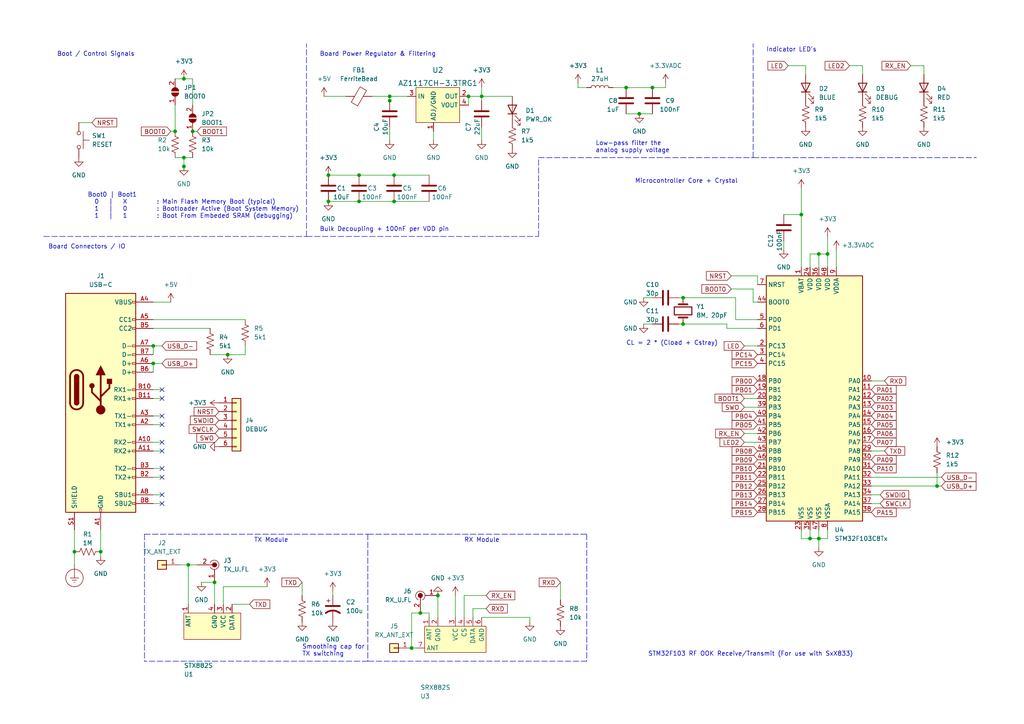
<source format=kicad_sch>
(kicad_sch (version 20211123) (generator eeschema)
  (paper "A4")
  (lib_symbols
    (symbol "Connector:USB_C_Receptacle" (pin_names (offset 1.016))
      (property "Reference" "J" (at -10.16 29.21 0))
      (property "Value" "USB_C_Receptacle" (at 10.16 29.21 0))
      (symbol "USB_C_Receptacle_1_1"
        (pin passive line (at 0 -40.64 90) (length 5.08) (name "GND") (number "A1"))
        (pin bidirectional line (at 15.24 -15.24 180) (length 5.08) (name "RX2-") (number "A10"))
        (pin bidirectional line (at 15.24 -17.78 180) (length 5.08) (name "RX2+") (number "A11"))
        (pin passive line (at 0 -40.64 90) (length 5.08) hide (name "GND") (number "A12"))
        (pin bidirectional line (at 15.24 -10.16 180) (length 5.08) (name "TX1+") (number "A2"))
        (pin bidirectional line (at 15.24 -7.62 180) (length 5.08) (name "TX1-") (number "A3"))
        (pin passive line (at 15.24 25.4 180) (length 5.08) (name "VBUS") (number "A4"))
        (pin bidirectional line (at 15.24 20.32 180) (length 5.08) (name "CC1") (number "A5"))
        (pin bidirectional line (at 15.24 7.62 180) (length 5.08) (name "D+") (number "A6"))
        (pin bidirectional line (at 15.24 12.7 180) (length 5.08) (name "D-") (number "A7"))
        (pin bidirectional line (at 15.24 -30.48 180) (length 5.08) (name "SBU1") (number "A8"))
        (pin passive line (at 15.24 25.4 180) (length 5.08) hide (name "VBUS") (number "A9"))
        (pin passive line (at 0 -40.64 90) (length 5.08) hide (name "GND") (number "B1"))
        (pin bidirectional line (at 15.24 0 180) (length 5.08) (name "RX1-") (number "B10"))
        (pin bidirectional line (at 15.24 -2.54 180) (length 5.08) (name "RX1+") (number "B11"))
        (pin passive line (at 0 -40.64 90) (length 5.08) hide (name "GND") (number "B12"))
        (pin bidirectional line (at 15.24 -25.4 180) (length 5.08) (name "TX2+") (number "B2"))
        (pin bidirectional line (at 15.24 -22.86 180) (length 5.08) (name "TX2-") (number "B3"))
        (pin passive line (at 15.24 25.4 180) (length 5.08) hide (name "VBUS") (number "B4"))
        (pin bidirectional line (at 15.24 17.78 180) (length 5.08) (name "CC2") (number "B5"))
        (pin bidirectional line (at 15.24 5.08 180) (length 5.08) (name "D+") (number "B6"))
        (pin bidirectional line (at 15.24 10.16 180) (length 5.08) (name "D-") (number "B7"))
        (pin bidirectional line (at 15.24 -33.02 180) (length 5.08) (name "SBU2") (number "B8"))
        (pin passive line (at 15.24 25.4 180) (length 5.08) hide (name "VBUS") (number "B9"))
        (pin passive line (at -7.62 -40.64 90) (length 5.08) (name "SHIELD") (number "S1"))
      )
    )
    (symbol "Connector_Generic:Conn_01x01" (pin_names (offset 1.016) hide)
      (property "Reference" "J" (at 0 2.54 0))
      (property "Value" "Conn_01x01" (at 0 -2.54 0))
      (symbol "Conn_01x01_1_1"
        (pin passive line (at -5.08 0 0) (length 3.81) (name "Pin_1") (number "1"))
      )
    )
    (symbol "Connector_Generic:Conn_01x06" (pin_names (offset 1.016) hide)
      (property "Reference" "J" (at 0 7.62 0))
      (property "Value" "Conn_01x06" (at 0 -10.16 0))
      (symbol "Conn_01x06_1_1"
        (pin passive line (at -5.08 5.08 0) (length 3.81) (name "Pin_1") (number "1"))
        (pin passive line (at -5.08 2.54 0) (length 3.81) (name "Pin_2") (number "2"))
        (pin passive line (at -5.08 0 0) (length 3.81) (name "Pin_3") (number "3"))
        (pin passive line (at -5.08 -2.54 0) (length 3.81) (name "Pin_4") (number "4"))
        (pin passive line (at -5.08 -5.08 0) (length 3.81) (name "Pin_5") (number "5"))
        (pin passive line (at -5.08 -7.62 0) (length 3.81) (name "Pin_6") (number "6"))
      )
    )
    (symbol "Device:C" (pin_numbers hide) (pin_names (offset 0.254))
      (property "Reference" "C" (at 0.635 2.54 0))
      (property "Value" "C" (at 0.635 -2.54 0))
      (symbol "C_1_1"
        (pin passive line (at 0 3.81 270) (length 2.794) (name "~") (number "1"))
        (pin passive line (at 0 -3.81 90) (length 2.794) (name "~") (number "2"))
      )
    )
    (symbol "Device:C_Polarized_US" (pin_numbers hide) (pin_names (offset 0.254) hide)
      (property "Reference" "C" (at 0.635 2.54 0))
      (property "Value" "C_Polarized_US" (at 0.635 -2.54 0))
      (symbol "C_Polarized_US_1_1"
        (pin passive line (at 0 3.81 270) (length 2.794) (name "~") (number "1"))
        (pin passive line (at 0 -3.81 90) (length 3.302) (name "~") (number "2"))
      )
    )
    (symbol "Device:Crystal" (pin_numbers hide) (pin_names (offset 1.016) hide)
      (property "Reference" "Y" (at 0 3.81 0))
      (property "Value" "Crystal" (at 0 -3.81 0))
      (symbol "Crystal_1_1"
        (pin passive line (at -3.81 0 0) (length 1.27) (name "1") (number "1"))
        (pin passive line (at 3.81 0 180) (length 1.27) (name "2") (number "2"))
      )
    )
    (symbol "Device:FerriteBead" (pin_numbers hide) (pin_names (offset 0))
      (property "Reference" "FB" (at -3.81 0.635 90))
      (property "Value" "FerriteBead" (at 3.81 0 90))
      (symbol "FerriteBead_1_1"
        (pin passive line (at 0 3.81 270) (length 2.54) (name "~") (number "1"))
        (pin passive line (at 0 -3.81 90) (length 2.54) (name "~") (number "2"))
      )
    )
    (symbol "Device:L" (pin_numbers hide) (pin_names (offset 1.016) hide)
      (property "Reference" "L" (at -1.27 0 90))
      (property "Value" "L" (at 1.905 0 90))
      (symbol "L_1_1"
        (pin passive line (at 0 3.81 270) (length 1.27) (name "1") (number "1"))
        (pin passive line (at 0 -3.81 90) (length 1.27) (name "2") (number "2"))
      )
    )
    (symbol "Device:LED" (pin_numbers hide) (pin_names (offset 1.016) hide)
      (property "Reference" "D" (at 0 2.54 0))
      (property "Value" "LED" (at 0 -2.54 0))
      (symbol "LED_1_1"
        (pin passive line (at -3.81 0 0) (length 2.54) (name "K") (number "1"))
        (pin passive line (at 3.81 0 180) (length 2.54) (name "A") (number "2"))
      )
    )
    (symbol "Device:R_US" (pin_numbers hide) (pin_names (offset 0))
      (property "Reference" "R" (at 2.54 0 90))
      (property "Value" "R_US" (at -2.54 0 90))
      (symbol "R_US_1_1"
        (pin passive line (at 0 3.81 270) (length 1.27) (name "~") (number "1"))
        (pin passive line (at 0 -3.81 90) (length 1.27) (name "~") (number "2"))
      )
    )
    (symbol "Jumper:SolderJumper_2_Open" (pin_names (offset 0) hide)
      (property "Reference" "JP" (at 0 2.032 0))
      (property "Value" "SolderJumper_2_Open" (at 0 -2.54 0))
      (symbol "SolderJumper_2_Open_1_1"
        (pin passive line (at -3.81 0 0) (length 2.54) (name "A") (number "1"))
        (pin passive line (at 3.81 0 180) (length 2.54) (name "B") (number "2"))
      )
    )
    (symbol "MCU_ST_STM32F1:STM32F103C8Tx"
      (property "Reference" "U" (at -15.24 36.83 0))
      (property "Value" "STM32F103C8Tx" (at 7.62 36.83 0))
      (symbol "STM32F103C8Tx_1_1"
        (pin power_in line (at -5.08 38.1 270) (length 2.54) (name "VBAT") (number "1"))
        (pin bidirectional line (at 15.24 5.08 180) (length 2.54) (name "PA0") (number "10"))
        (pin bidirectional line (at 15.24 2.54 180) (length 2.54) (name "PA1") (number "11"))
        (pin bidirectional line (at 15.24 0 180) (length 2.54) (name "PA2") (number "12"))
        (pin bidirectional line (at 15.24 -2.54 180) (length 2.54) (name "PA3") (number "13"))
        (pin bidirectional line (at 15.24 -5.08 180) (length 2.54) (name "PA4") (number "14"))
        (pin bidirectional line (at 15.24 -7.62 180) (length 2.54) (name "PA5") (number "15"))
        (pin bidirectional line (at 15.24 -10.16 180) (length 2.54) (name "PA6") (number "16"))
        (pin bidirectional line (at 15.24 -12.7 180) (length 2.54) (name "PA7") (number "17"))
        (pin bidirectional line (at -17.78 5.08 0) (length 2.54) (name "PB0") (number "18"))
        (pin bidirectional line (at -17.78 2.54 0) (length 2.54) (name "PB1") (number "19"))
        (pin bidirectional line (at -17.78 15.24 0) (length 2.54) (name "PC13") (number "2"))
        (pin bidirectional line (at -17.78 0 0) (length 2.54) (name "PB2") (number "20"))
        (pin bidirectional line (at -17.78 -20.32 0) (length 2.54) (name "PB10") (number "21"))
        (pin bidirectional line (at -17.78 -22.86 0) (length 2.54) (name "PB11") (number "22"))
        (pin power_in line (at -5.08 -38.1 90) (length 2.54) (name "VSS") (number "23"))
        (pin power_in line (at -2.54 38.1 270) (length 2.54) (name "VDD") (number "24"))
        (pin bidirectional line (at -17.78 -25.4 0) (length 2.54) (name "PB12") (number "25"))
        (pin bidirectional line (at -17.78 -27.94 0) (length 2.54) (name "PB13") (number "26"))
        (pin bidirectional line (at -17.78 -30.48 0) (length 2.54) (name "PB14") (number "27"))
        (pin bidirectional line (at -17.78 -33.02 0) (length 2.54) (name "PB15") (number "28"))
        (pin bidirectional line (at 15.24 -15.24 180) (length 2.54) (name "PA8") (number "29"))
        (pin bidirectional line (at -17.78 12.7 0) (length 2.54) (name "PC14") (number "3"))
        (pin bidirectional line (at 15.24 -17.78 180) (length 2.54) (name "PA9") (number "30"))
        (pin bidirectional line (at 15.24 -20.32 180) (length 2.54) (name "PA10") (number "31"))
        (pin bidirectional line (at 15.24 -22.86 180) (length 2.54) (name "PA11") (number "32"))
        (pin bidirectional line (at 15.24 -25.4 180) (length 2.54) (name "PA12") (number "33"))
        (pin bidirectional line (at 15.24 -27.94 180) (length 2.54) (name "PA13") (number "34"))
        (pin power_in line (at -2.54 -38.1 90) (length 2.54) (name "VSS") (number "35"))
        (pin power_in line (at 0 38.1 270) (length 2.54) (name "VDD") (number "36"))
        (pin bidirectional line (at 15.24 -30.48 180) (length 2.54) (name "PA14") (number "37"))
        (pin bidirectional line (at 15.24 -33.02 180) (length 2.54) (name "PA15") (number "38"))
        (pin bidirectional line (at -17.78 -2.54 0) (length 2.54) (name "PB3") (number "39"))
        (pin bidirectional line (at -17.78 10.16 0) (length 2.54) (name "PC15") (number "4"))
        (pin bidirectional line (at -17.78 -5.08 0) (length 2.54) (name "PB4") (number "40"))
        (pin bidirectional line (at -17.78 -7.62 0) (length 2.54) (name "PB5") (number "41"))
        (pin bidirectional line (at -17.78 -10.16 0) (length 2.54) (name "PB6") (number "42"))
        (pin bidirectional line (at -17.78 -12.7 0) (length 2.54) (name "PB7") (number "43"))
        (pin input line (at -17.78 27.94 0) (length 2.54) (name "BOOT0") (number "44"))
        (pin bidirectional line (at -17.78 -15.24 0) (length 2.54) (name "PB8") (number "45"))
        (pin bidirectional line (at -17.78 -17.78 0) (length 2.54) (name "PB9") (number "46"))
        (pin power_in line (at 0 -38.1 90) (length 2.54) (name "VSS") (number "47"))
        (pin power_in line (at 2.54 38.1 270) (length 2.54) (name "VDD") (number "48"))
        (pin input line (at -17.78 22.86 0) (length 2.54) (name "PD0") (number "5"))
        (pin input line (at -17.78 20.32 0) (length 2.54) (name "PD1") (number "6"))
        (pin input line (at -17.78 33.02 0) (length 2.54) (name "NRST") (number "7"))
        (pin power_in line (at 2.54 -38.1 90) (length 2.54) (name "VSSA") (number "8"))
        (pin power_in line (at 5.08 38.1 270) (length 2.54) (name "VDDA") (number "9"))
      )
    )
    (symbol "Switch:SW_Push" (pin_numbers hide) (pin_names (offset 1.016) hide)
      (property "Reference" "SW" (at 1.27 2.54 0))
      (property "Value" "SW_Push" (at 0 -1.524 0))
      (symbol "SW_Push_0_1"
        (pin passive line (at -5.08 0 0) (length 2.54) (name "1") (number "1"))
        (pin passive line (at 5.08 0 180) (length 2.54) (name "2") (number "2"))
      )
    )
    (symbol "User_custom:SRX882S"
      (property "Reference" "U?" (at 10.16 8.8901 0))
      (property "Value" "SRX882S" (at 10.16 6.3501 0))
      (symbol "SRX882S_1_1"
        (pin input line (at 7.62 -13.97 90) (length 2.54) (name "ANT") (number "1"))
        (pin power_out line (at 5.08 -13.97 90) (length 2.54) (name "GND") (number "2"))
        (pin power_in line (at 0 -13.97 90) (length 2.54) (name "VCC") (number "3"))
        (pin input line (at -2.54 -13.97 90) (length 2.54) (name "CS") (number "4"))
        (pin output line (at -5.08 -13.97 90) (length 2.54) (name "DATA") (number "5"))
        (pin power_out line (at -7.62 -13.97 90) (length 2.54) (name "GND") (number "6"))
        (pin input line (at 11.43 -5.08 180) (length 2.54) (name "ANT") (number "7"))
      )
    )
    (symbol "User_custom:STX882S"
      (property "Reference" "U?" (at 8.89 7.6201 0))
      (property "Value" "STX882S" (at 8.89 5.0801 0))
      (symbol "STX882S_1_1"
        (pin input line (at 7.62 -12.7 90) (length 2.54) (name "ANT") (number "1"))
        (pin input line (at -5.08 -12.7 90) (length 2.54) (name "DATA") (number "2"))
        (pin power_in line (at -2.54 -12.7 90) (length 2.54) (name "VCC") (number "3"))
        (pin power_out line (at 0 -12.7 90) (length 2.54) (name "GND") (number "4"))
      )
    )
    (symbol "dk_Coaxial-Connectors-RF:U_FL-R-SMT_10_" (pin_names (offset 1.016))
      (property "Reference" "J" (at -1.27 1.27 0))
      (property "Value" "U_FL-R-SMT_10_" (at 1.27 -2.54 0))
      (symbol "U_FL-R-SMT_10__1_1"
        (pin passive line (at 0 -5.08 90) (length 3.683) (name "~") (number "1"))
        (pin passive line (at 5.08 0 180) (length 4.445) (name "~") (number "2"))
      )
    )
    (symbol "dk_PMIC-Voltage-Regulators-Linear:AZ1117CH-3_3TRG1"
      (property "Reference" "U" (at 1.27 3.81 0))
      (property "Value" "AZ1117CH-3_3TRG1" (at 1.27 6.35 0))
      (symbol "AZ1117CH-3_3TRG1_1_1"
        (pin power_in line (at 0 -10.16 90) (length 2.54) (name "ADJ/GND") (number "1"))
        (pin power_out line (at 10.16 0 180) (length 2.54) (name "OUT") (number "2"))
        (pin power_in line (at -7.62 0 0) (length 2.54) (name "IN") (number "3"))
        (pin power_out line (at 10.16 -2.54 180) (length 2.54) (name "VOUT") (number "4"))
      )
    )
    (symbol "power:+3.3VADC" (power) (pin_names (offset 0))
      (property "Value" "+3.3VADC" (at 0 2.54 0))
      (symbol "+3.3VADC_0_0"
        (pin power_in line (at 0 0 90) (length 0) hide (name "+3.3VADC") (number "1"))
      )
    )
    (symbol "power:+3V3" (power) (pin_names (offset 0))
      (property "Value" "+3V3" (at 0 3.556 0))
      (symbol "+3V3_1_1"
        (pin power_in line (at 0 0 90) (length 0) hide (name "+3V3") (number "1"))
      )
    )
    (symbol "power:+5V" (power) (pin_names (offset 0))
      (property "Value" "+5V" (at 0 3.556 0))
      (symbol "+5V_1_1"
        (pin power_in line (at 0 0 90) (length 0) hide (name "+5V") (number "1"))
      )
    )
    (symbol "power:Earth_Protective" (power) (pin_names (offset 0))
      (symbol "Earth_Protective_1_1"
        (pin power_in line (at 0 0 270) (length 0) hide (name "Earth_Protective") (number "1"))
      )
    )
    (symbol "power:GND" (power) (pin_names (offset 0))
      (property "Value" "GND" (at 0 -3.81 0))
      (symbol "GND_1_1"
        (pin power_in line (at 0 0 270) (length 0) hide (name "GND") (number "1"))
      )
    )
  )
  (junction (at 232.41 62.23))
  (junction (at 189.23 25.4))
  (junction (at 185.42 33.02))
  (junction (at 135.89 27.94))
  (junction (at 53.34 48.26))
  (junction (at 198.12 86.36))
  (junction (at 50.8 38.1))
  (junction (at 198.12 93.98))
  (junction (at 113.03 27.94))
  (junction (at 237.49 156.21))
  (junction (at 21.59 160.02))
  (junction (at 104.14 50.8))
  (junction (at 237.49 73.66))
  (junction (at 62.23 168.91))
  (junction (at 44.45 100.33))
  (junction (at 271.78 140.97))
  (junction (at 234.95 156.21))
  (junction (at 53.34 45.72))
  (junction (at 53.34 22.86))
  (junction (at 114.3 50.8))
  (junction (at 119.38 187.96))
  (junction (at 181.61 25.4))
  (junction (at 121.92 177.8))
  (junction (at 44.45 105.41))
  (junction (at 104.14 58.42))
  (junction (at 240.03 73.66))
  (junction (at 139.7 27.94))
  (junction (at 54.61 163.83))
  (junction (at 95.25 50.8))
  (junction (at 114.3 58.42))
  (junction (at 127 172.72))
  (junction (at 55.88 38.1))
  (junction (at 95.25 58.42))
  (junction (at 113.03 29.21))
  (junction (at 29.21 160.02))
  (junction (at 66.04 102.87))
  (no_connect (at 46.99 130.81))
  (no_connect (at 46.99 123.19))
  (no_connect (at 46.99 115.57))
  (no_connect (at 46.99 143.51))
  (no_connect (at 46.99 146.05))
  (no_connect (at 46.99 113.03))
  (no_connect (at 46.99 135.89))
  (no_connect (at 46.99 128.27))
  (no_connect (at 46.99 120.65))
  (no_connect (at 46.99 138.43))
  (wire (pts (xy 46.99 138.43) (xy 44.45 138.43)))
  (wire (pts (xy 114.3 50.8) (xy 124.46 50.8)))
  (polyline (pts (xy 88.9 68.58) (xy 156.21 68.58)))
  (wire (pts (xy 119.38 187.96) (xy 119.38 177.8)))
  (wire (pts (xy 95.25 58.42) (xy 104.14 58.42)))
  (wire (pts (xy 267.97 19.05) (xy 267.97 21.59)))
  (wire (pts (xy 186.69 93.98) (xy 189.23 93.98)))
  (wire (pts (xy 77.47 170.18) (xy 64.77 170.18)))
  (wire (pts (xy 46.99 115.57) (xy 44.45 115.57)))
  (wire (pts (xy 186.69 86.36) (xy 189.23 86.36)))
  (wire (pts (xy 113.03 27.94) (xy 113.03 29.21)))
  (wire (pts (xy 46.99 113.03) (xy 44.45 113.03)))
  (wire (pts (xy 119.38 177.8) (xy 121.92 177.8)))
  (wire (pts (xy 189.23 25.4) (xy 193.04 25.4)))
  (wire (pts (xy 50.8 45.72) (xy 53.34 45.72)))
  (wire (pts (xy 132.08 172.72) (xy 132.08 179.07)))
  (wire (pts (xy 53.34 45.72) (xy 53.34 48.26)))
  (wire (pts (xy 44.45 92.71) (xy 71.12 92.71)))
  (wire (pts (xy 135.89 27.94) (xy 139.7 27.94)))
  (wire (pts (xy 60.96 102.87) (xy 66.04 102.87)))
  (wire (pts (xy 53.34 22.86) (xy 55.88 22.86)))
  (wire (pts (xy 62.23 168.91) (xy 62.23 175.26)))
  (wire (pts (xy 167.64 25.4) (xy 170.18 25.4)))
  (wire (pts (xy 215.9 115.57) (xy 219.71 115.57)))
  (wire (pts (xy 93.98 27.94) (xy 100.33 27.94)))
  (wire (pts (xy 139.7 36.83) (xy 139.7 40.64)))
  (wire (pts (xy 234.95 77.47) (xy 234.95 73.66)))
  (wire (pts (xy 139.7 27.94) (xy 139.7 29.21)))
  (wire (pts (xy 196.85 86.36) (xy 198.12 86.36)))
  (polyline (pts (xy 218.44 45.72) (xy 283.21 45.72)))
  (wire (pts (xy 215.9 118.11) (xy 219.71 118.11)))
  (wire (pts (xy 233.68 19.05) (xy 233.68 21.59)))
  (wire (pts (xy 87.63 168.91) (xy 87.63 172.72)))
  (wire (pts (xy 232.41 153.67) (xy 232.41 156.21)))
  (wire (pts (xy 46.99 128.27) (xy 44.45 128.27)))
  (wire (pts (xy 44.45 100.33) (xy 44.45 102.87)))
  (wire (pts (xy 215.9 128.27) (xy 219.71 128.27)))
  (wire (pts (xy 113.03 29.21) (xy 113.03 30.48)))
  (wire (pts (xy 21.59 160.02) (xy 21.59 163.83)))
  (polyline (pts (xy 156.21 68.58) (xy 156.21 45.72)))
  (wire (pts (xy 95.25 50.8) (xy 104.14 50.8)))
  (wire (pts (xy 54.61 163.83) (xy 57.15 163.83)))
  (polyline (pts (xy 156.21 45.72) (xy 218.44 45.72)))
  (wire (pts (xy 44.45 105.41) (xy 44.45 107.95)))
  (wire (pts (xy 140.97 172.72) (xy 134.62 172.72)))
  (wire (pts (xy 232.41 156.21) (xy 234.95 156.21)))
  (wire (pts (xy 46.99 120.65) (xy 44.45 120.65)))
  (wire (pts (xy 119.38 187.96) (xy 120.65 187.96)))
  (wire (pts (xy 210.82 95.25) (xy 219.71 95.25)))
  (wire (pts (xy 210.82 93.98) (xy 210.82 95.25)))
  (polyline (pts (xy 41.91 154.94) (xy 106.68 154.94)))
  (polyline (pts (xy 218.44 45.72) (xy 218.44 12.7)))
  (wire (pts (xy 29.21 160.02) (xy 29.21 161.29)))
  (wire (pts (xy 135.89 27.94) (xy 135.89 30.48)))
  (wire (pts (xy 53.34 48.26) (xy 53.34 49.53)))
  (wire (pts (xy 212.09 80.01) (xy 219.71 80.01)))
  (wire (pts (xy 242.57 72.39) (xy 242.57 77.47)))
  (wire (pts (xy 71.12 100.33) (xy 71.12 102.87)))
  (wire (pts (xy 113.03 27.94) (xy 118.11 27.94)))
  (wire (pts (xy 227.33 72.39) (xy 227.33 69.85)))
  (wire (pts (xy 255.27 146.05) (xy 252.73 146.05)))
  (polyline (pts (xy 106.68 191.77) (xy 41.91 191.77)))
  (wire (pts (xy 177.8 25.4) (xy 181.61 25.4)))
  (wire (pts (xy 113.03 27.94) (xy 107.95 27.94)))
  (wire (pts (xy 232.41 62.23) (xy 227.33 62.23)))
  (wire (pts (xy 198.12 93.98) (xy 210.82 93.98)))
  (wire (pts (xy 139.7 25.4) (xy 139.7 27.94)))
  (wire (pts (xy 181.61 25.4) (xy 189.23 25.4)))
  (wire (pts (xy 140.97 176.53) (xy 137.16 176.53)))
  (wire (pts (xy 234.95 156.21) (xy 237.49 156.21)))
  (wire (pts (xy 46.99 135.89) (xy 44.45 135.89)))
  (wire (pts (xy 234.95 153.67) (xy 234.95 156.21)))
  (wire (pts (xy 271.78 140.97) (xy 273.05 140.97)))
  (wire (pts (xy 21.59 153.67) (xy 21.59 160.02)))
  (wire (pts (xy 234.95 73.66) (xy 237.49 73.66)))
  (wire (pts (xy 232.41 54.61) (xy 232.41 62.23)))
  (wire (pts (xy 237.49 156.21) (xy 240.03 156.21)))
  (wire (pts (xy 181.61 33.02) (xy 185.42 33.02)))
  (wire (pts (xy 213.36 86.36) (xy 213.36 92.71)))
  (wire (pts (xy 218.44 83.82) (xy 218.44 87.63)))
  (wire (pts (xy 167.64 25.4) (xy 167.64 24.13)))
  (wire (pts (xy 139.7 27.94) (xy 148.59 27.94)))
  (wire (pts (xy 273.05 138.43) (xy 252.73 138.43)))
  (wire (pts (xy 53.34 45.72) (xy 55.88 45.72)))
  (wire (pts (xy 104.14 58.42) (xy 114.3 58.42)))
  (wire (pts (xy 215.9 125.73) (xy 219.71 125.73)))
  (wire (pts (xy 44.45 87.63) (xy 49.53 87.63)))
  (wire (pts (xy 256.54 110.49) (xy 252.73 110.49)))
  (wire (pts (xy 55.88 22.86) (xy 55.88 30.48)))
  (wire (pts (xy 54.61 163.83) (xy 52.07 163.83)))
  (wire (pts (xy 113.03 36.83) (xy 113.03 40.64)))
  (wire (pts (xy 256.54 130.81) (xy 252.73 130.81)))
  (wire (pts (xy 240.03 73.66) (xy 240.03 77.47)))
  (polyline (pts (xy 88.9 68.58) (xy 88.9 12.7)))
  (wire (pts (xy 46.99 123.19) (xy 44.45 123.19)))
  (polyline (pts (xy 12.7 68.58) (xy 88.9 68.58)))
  (wire (pts (xy 137.16 176.53) (xy 137.16 179.07)))
  (wire (pts (xy 153.67 180.34) (xy 153.67 179.07)))
  (wire (pts (xy 237.49 156.21) (xy 237.49 158.75)))
  (wire (pts (xy 50.8 30.48) (xy 50.8 38.1)))
  (wire (pts (xy 237.49 153.67) (xy 237.49 156.21)))
  (wire (pts (xy 237.49 73.66) (xy 237.49 77.47)))
  (wire (pts (xy 215.9 100.33) (xy 219.71 100.33)))
  (wire (pts (xy 185.42 33.02) (xy 189.23 33.02)))
  (wire (pts (xy 213.36 92.71) (xy 219.71 92.71)))
  (wire (pts (xy 246.38 19.05) (xy 250.19 19.05)))
  (wire (pts (xy 252.73 140.97) (xy 271.78 140.97)))
  (polyline (pts (xy 106.68 154.94) (xy 170.18 154.94)))
  (wire (pts (xy 22.86 35.56) (xy 26.67 35.56)))
  (wire (pts (xy 46.99 143.51) (xy 44.45 143.51)))
  (wire (pts (xy 240.03 153.67) (xy 240.03 156.21)))
  (wire (pts (xy 255.27 143.51) (xy 252.73 143.51)))
  (wire (pts (xy 124.46 177.8) (xy 121.92 177.8)))
  (wire (pts (xy 127 172.72) (xy 127 179.07)))
  (wire (pts (xy 55.88 38.1) (xy 57.15 38.1)))
  (wire (pts (xy 50.8 38.1) (xy 49.53 38.1)))
  (wire (pts (xy 44.45 105.41) (xy 46.99 105.41)))
  (polyline (pts (xy 170.18 191.77) (xy 106.68 191.77)))
  (wire (pts (xy 54.61 175.26) (xy 54.61 163.83)))
  (wire (pts (xy 250.19 19.05) (xy 250.19 21.59)))
  (wire (pts (xy 196.85 93.98) (xy 198.12 93.98)))
  (wire (pts (xy 153.67 179.07) (xy 139.7 179.07)))
  (wire (pts (xy 218.44 87.63) (xy 219.71 87.63)))
  (wire (pts (xy 72.39 175.26) (xy 67.31 175.26)))
  (wire (pts (xy 228.6 19.05) (xy 233.68 19.05)))
  (wire (pts (xy 198.12 86.36) (xy 213.36 86.36)))
  (polyline (pts (xy 170.18 154.94) (xy 170.18 191.77)))
  (polyline (pts (xy 41.91 154.94) (xy 41.91 191.77)))
  (wire (pts (xy 66.04 102.87) (xy 71.12 102.87)))
  (wire (pts (xy 58.42 168.91) (xy 62.23 168.91)))
  (wire (pts (xy 96.52 171.45) (xy 96.52 172.72)))
  (wire (pts (xy 212.09 83.82) (xy 218.44 83.82)))
  (wire (pts (xy 104.14 50.8) (xy 114.3 50.8)))
  (wire (pts (xy 162.56 168.91) (xy 162.56 173.99)))
  (wire (pts (xy 240.03 68.58) (xy 240.03 73.66)))
  (wire (pts (xy 219.71 80.01) (xy 219.71 82.55)))
  (wire (pts (xy 124.46 179.07) (xy 124.46 177.8)))
  (polyline (pts (xy 106.68 154.94) (xy 106.68 191.77)))
  (wire (pts (xy 125.73 38.1) (xy 125.73 40.64)))
  (wire (pts (xy 29.21 153.67) (xy 29.21 160.02)))
  (wire (pts (xy 232.41 62.23) (xy 232.41 77.47)))
  (wire (pts (xy 264.16 19.05) (xy 267.97 19.05)))
  (wire (pts (xy 46.99 130.81) (xy 44.45 130.81)))
  (wire (pts (xy 44.45 95.25) (xy 60.96 95.25)))
  (wire (pts (xy 237.49 73.66) (xy 240.03 73.66)))
  (wire (pts (xy 46.99 146.05) (xy 44.45 146.05)))
  (wire (pts (xy 114.3 58.42) (xy 124.46 58.42)))
  (wire (pts (xy 271.78 137.16) (xy 271.78 140.97)))
  (wire (pts (xy 64.77 170.18) (xy 64.77 175.26)))
  (wire (pts (xy 134.62 172.72) (xy 134.62 179.07)))
  (wire (pts (xy 44.45 100.33) (xy 46.99 100.33)))
  (wire (pts (xy 50.8 22.86) (xy 53.34 22.86)))
  (wire (pts (xy 193.04 24.13) (xy 193.04 25.4)))
  (text "STM32F103 RF OOK Receive/Transmit (For use with SxX833)" (at 187.96 190.5 0) (effects (font (size 1.27 1.27)) (justify left bottom)))
  (text "Boot0 | Boot1\n  0   |   X		: Main Flash Memory Boot (typical)\n  1   |   0		: Bootloader Active (Boot System Memory)\n  1   |   1		: Boot From Embeded SRAM (debugging)" (at 25.4 63.5 0) (effects (font (size 1.27 1.27)) (justify left bottom)))
  (text "TX Module " (at 73.66 157.48 0) (effects (font (size 1.27 1.27)) (justify left bottom)))
  (text "Indicator LED's" (at 222.25 15.24 0) (effects (font (size 1.27 1.27)) (justify left bottom)))
  (text "Board Connectors / IO" (at 13.97 72.39 0) (effects (font (size 1.27 1.27)) (justify left bottom)))
  (text "Boot / Control Signals" (at 16.51 16.51 0) (effects (font (size 1.27 1.27)) (justify left bottom)))
  (text "RX Module" (at 134.62 157.48 0) (effects (font (size 1.27 1.27)) (justify left bottom)))
  (text "Smoothing cap for \nTX switching" (at 87.63 190.5 0) (effects (font (size 1.27 1.27)) (justify left bottom)))
  (text "CL = 2 * (Cload + Cstray)" (at 181.61 100.33 0) (effects (font (size 1.27 1.27)) (justify left bottom)))
  (text "Board Power Regulator & Filtering" (at 92.71 16.51 0) (effects (font (size 1.27 1.27)) (justify left bottom)))
  (text "Bulk Decoupling + 100nF per VDD pin" (at 92.71 67.31 0) (effects (font (size 1.27 1.27)) (justify left bottom)))
  (text "Microcontroller Core + Crystal" (at 184.15 53.34 0) (effects (font (size 1.27 1.27)) (justify left bottom)))
  (text "Low-pass filter the\nanalog supply voltage" (at 172.72 44.45 0) (effects (font (size 1.27 1.27)) (justify left bottom)))
  (global_label "PA03" (shape input) (at 252.73 118.11 0) (property "Intersheet References" "${INTERSHEET_REFS}" (effects hide)))
  (global_label "PA01" (shape input) (at 252.73 113.03 0) (property "Intersheet References" "${INTERSHEET_REFS}" (effects hide)))
  (global_label "LED" (shape input) (at 228.6 19.05 180) (property "Intersheet References" "${INTERSHEET_REFS}" (effects hide)))
  (global_label "BOOT0" (shape input) (at 49.53 38.1 180) (property "Intersheet References" "${INTERSHEET_REFS}" (effects hide)))
  (global_label "PA05" (shape input) (at 252.73 123.19 0) (property "Intersheet References" "${INTERSHEET_REFS}" (effects hide)))
  (global_label "PA09" (shape input) (at 252.73 133.35 0) (property "Intersheet References" "${INTERSHEET_REFS}" (effects hide)))
  (global_label "NRST" (shape input) (at 212.09 80.01 180) (property "Intersheet References" "${INTERSHEET_REFS}" (effects hide)))
  (global_label "USB_D-" (shape input) (at 46.99 100.33 0) (property "Intersheet References" "${INTERSHEET_REFS}" (effects hide)))
  (global_label "SWCLK" (shape input) (at 255.27 146.05 0) (property "Intersheet References" "${INTERSHEET_REFS}" (effects hide)))
  (global_label "LED2" (shape input) (at 215.9 128.27 180) (property "Intersheet References" "${INTERSHEET_REFS}" (effects hide)))
  (global_label "PA10" (shape input) (at 252.73 135.89 0) (property "Intersheet References" "${INTERSHEET_REFS}" (effects hide)))
  (global_label "PA07" (shape input) (at 252.73 128.27 0) (property "Intersheet References" "${INTERSHEET_REFS}" (effects hide)))
  (global_label "SWCLK" (shape input) (at 63.5 124.46 180) (property "Intersheet References" "${INTERSHEET_REFS}" (effects hide)))
  (global_label "BOOT1" (shape input) (at 57.15 38.1 0) (property "Intersheet References" "${INTERSHEET_REFS}" (effects hide)))
  (global_label "RX_EN" (shape input) (at 140.97 172.72 0) (property "Intersheet References" "${INTERSHEET_REFS}" (effects hide)))
  (global_label "TXD" (shape input) (at 87.63 168.91 180) (property "Intersheet References" "${INTERSHEET_REFS}" (effects hide)))
  (global_label "PB15" (shape input) (at 219.71 148.59 180) (property "Intersheet References" "${INTERSHEET_REFS}" (effects hide)))
  (global_label "TXD" (shape input) (at 72.39 175.26 0) (property "Intersheet References" "${INTERSHEET_REFS}" (effects hide)))
  (global_label "SWO" (shape input) (at 215.9 118.11 180) (property "Intersheet References" "${INTERSHEET_REFS}" (effects hide)))
  (global_label "PC14" (shape input) (at 219.71 102.87 180) (property "Intersheet References" "${INTERSHEET_REFS}" (effects hide)))
  (global_label "PB13" (shape input) (at 219.71 143.51 180) (property "Intersheet References" "${INTERSHEET_REFS}" (effects hide)))
  (global_label "PB04" (shape input) (at 219.71 120.65 180) (property "Intersheet References" "${INTERSHEET_REFS}" (effects hide)))
  (global_label "PC15" (shape input) (at 219.71 105.41 180) (property "Intersheet References" "${INTERSHEET_REFS}" (effects hide)))
  (global_label "PB11" (shape input) (at 219.71 138.43 180) (property "Intersheet References" "${INTERSHEET_REFS}" (effects hide)))
  (global_label "PB14" (shape input) (at 219.71 146.05 180) (property "Intersheet References" "${INTERSHEET_REFS}" (effects hide)))
  (global_label "NRST" (shape input) (at 63.5 119.38 180) (property "Intersheet References" "${INTERSHEET_REFS}" (effects hide)))
  (global_label "BOOT1" (shape input) (at 215.9 115.57 180) (property "Intersheet References" "${INTERSHEET_REFS}" (effects hide)))
  (global_label "RXD" (shape input) (at 162.56 168.91 180) (property "Intersheet References" "${INTERSHEET_REFS}" (effects hide)))
  (global_label "USB_D+" (shape input) (at 273.05 140.97 0) (property "Intersheet References" "${INTERSHEET_REFS}" (effects hide)))
  (global_label "RXD" (shape input) (at 256.54 110.49 0) (property "Intersheet References" "${INTERSHEET_REFS}" (effects hide)))
  (global_label "NRST" (shape input) (at 26.67 35.56 0) (property "Intersheet References" "${INTERSHEET_REFS}" (effects hide)))
  (global_label "RX_EN" (shape input) (at 215.9 125.73 180) (property "Intersheet References" "${INTERSHEET_REFS}" (effects hide)))
  (global_label "PB12" (shape input) (at 219.71 140.97 180) (property "Intersheet References" "${INTERSHEET_REFS}" (effects hide)))
  (global_label "USB_D+" (shape input) (at 46.99 105.41 0) (property "Intersheet References" "${INTERSHEET_REFS}" (effects hide)))
  (global_label "RXD" (shape input) (at 140.97 176.53 0) (property "Intersheet References" "${INTERSHEET_REFS}" (effects hide)))
  (global_label "PA06" (shape input) (at 252.73 125.73 0) (property "Intersheet References" "${INTERSHEET_REFS}" (effects hide)))
  (global_label "LED" (shape input) (at 215.9 100.33 180) (property "Intersheet References" "${INTERSHEET_REFS}" (effects hide)))
  (global_label "USB_D-" (shape input) (at 273.05 138.43 0) (property "Intersheet References" "${INTERSHEET_REFS}" (effects hide)))
  (global_label "PA15" (shape input) (at 252.73 148.59 0) (property "Intersheet References" "${INTERSHEET_REFS}" (effects hide)))
  (global_label "SWO" (shape input) (at 63.5 127 180) (property "Intersheet References" "${INTERSHEET_REFS}" (effects hide)))
  (global_label "TXD" (shape input) (at 256.54 130.81 0) (property "Intersheet References" "${INTERSHEET_REFS}" (effects hide)))
  (global_label "PB08" (shape input) (at 219.71 130.81 180) (property "Intersheet References" "${INTERSHEET_REFS}" (effects hide)))
  (global_label "PB00" (shape input) (at 219.71 110.49 180) (property "Intersheet References" "${INTERSHEET_REFS}" (effects hide)))
  (global_label "PB09" (shape input) (at 219.71 133.35 180) (property "Intersheet References" "${INTERSHEET_REFS}" (effects hide)))
  (global_label "PB05" (shape input) (at 219.71 123.19 180) (property "Intersheet References" "${INTERSHEET_REFS}" (effects hide)))
  (global_label "BOOT0" (shape input) (at 212.09 83.82 180) (property "Intersheet References" "${INTERSHEET_REFS}" (effects hide)))
  (global_label "PA02" (shape input) (at 252.73 115.57 0) (property "Intersheet References" "${INTERSHEET_REFS}" (effects hide)))
  (global_label "SWDIO" (shape input) (at 63.5 121.92 180) (property "Intersheet References" "${INTERSHEET_REFS}" (effects hide)))
  (global_label "RX_EN" (shape input) (at 264.16 19.05 180) (property "Intersheet References" "${INTERSHEET_REFS}" (effects hide)))
  (global_label "PB01" (shape input) (at 219.71 113.03 180) (property "Intersheet References" "${INTERSHEET_REFS}" (effects hide)))
  (global_label "SWDIO" (shape input) (at 255.27 143.51 0) (property "Intersheet References" "${INTERSHEET_REFS}" (effects hide)))
  (global_label "PB10" (shape input) (at 219.71 135.89 180) (property "Intersheet References" "${INTERSHEET_REFS}" (effects hide)))
  (global_label "LED2" (shape input) (at 246.38 19.05 180) (property "Intersheet References" "${INTERSHEET_REFS}" (effects hide)))
  (global_label "PA04" (shape input) (at 252.73 120.65 0) (property "Intersheet References" "${INTERSHEET_REFS}" (effects hide)))
  (symbol (lib_id "power:GND") (at 96.52 180.34 0) (unit 1)
    (property "Reference" "#PWR0112" (effects hide))
    (property "Value" "GND" (at 96.52 185.42 0))
  )
  (symbol (lib_id "power:+3V3") (at 132.08 172.72 0) (unit 1)
    (property "Reference" "#PWR0111" (effects hide))
    (property "Value" "+3V3" (at 132.08 167.64 0))
  )
  (symbol (lib_id "power:+3V3") (at 240.03 68.58 0) (unit 1)
    (property "Reference" "#PWR0134" (effects hide))
    (property "Value" "+3V3" (at 240.03 63.5 0))
  )
  (symbol (lib_id "Device:LED") (at 148.59 31.75 90) (unit 1)
    (property "Reference" "D1" (at 152.4 32.0674 90) (effects (justify right)))
    (property "Value" "PWR_OK" (at 152.4 34.6074 90) (effects (justify right)))
    (property "Footprint" "LED_SMD:LED_0805_2012Metric" (effects hide))
    (property "Datasheet" "D-R090508L3-KS2" (effects hide))
  )
  (symbol (lib_id "Device:FerriteBead") (at 104.14 27.94 90) (unit 1)
    (property "Reference" "FB1" (at 104.0892 20.32 90))
    (property "Value" "FerriteBead" (at 104.0892 22.86 90))
    (property "Footprint" "Resistor_SMD:R_0805_2012Metric" (effects hide))
    (property "Datasheet" "FBMA-11-201209-101A30T" (effects hide))
  )
  (symbol (lib_id "Device:C") (at 114.3 54.61 180) (unit 1)
    (property "Reference" "C5" (at 118.11 54.61 0))
    (property "Value" "100nF" (at 118.11 57.15 0))
    (property "Footprint" "Capacitor_SMD:C_0402_1005Metric" (effects hide))
  )
  (symbol (lib_id "User_custom:SRX882S") (at 132.08 193.04 180) (unit 1)
    (property "Reference" "U3" (at 121.92 201.9301 0) (effects (justify right)))
    (property "Value" "SRX882S" (at 121.92 199.3901 0) (effects (justify right)))
    (property "Footprint" "User_Custom:SRX882-THT" (effects hide))
  )
  (symbol (lib_id "Device:C") (at 124.46 54.61 180) (unit 1)
    (property "Reference" "C6" (at 128.27 54.61 0))
    (property "Value" "100nF" (at 128.27 57.15 0))
    (property "Footprint" "Capacitor_SMD:C_0402_1005Metric" (effects hide))
  )
  (symbol (lib_id "power:GND") (at 66.04 102.87 0) (unit 1)
    (property "Reference" "#PWR0102" (effects hide))
    (property "Value" "GND" (at 66.04 107.95 0))
  )
  (symbol (lib_id "dk_PMIC-Voltage-Regulators-Linear:AZ1117CH-3_3TRG1") (at 125.73 27.94 0) (unit 1)
    (property "Reference" "U2" (at 127 20.32 0) (effects (font (size 1.524 1.524))))
    (property "Value" "AZ1117CH-3.3TRG1" (at 127 24.13 0) (effects (font (size 1.524 1.524))))
    (property "Footprint" "digikey-footprints:SOT-223" (effects hide))
    (property "Datasheet" "https://www.diodes.com/assets/Datasheets/AZ1117C.pdf" (effects hide))
    (property "Digi-Key_PN" "AZ1117CH-3.3TRG1DICT-ND" (effects hide))
    (property "MPN" "AZ1117CH-3.3TRG1" (effects hide))
    (property "Category" "Integrated Circuits (ICs)" (effects hide))
    (property "Family" "PMIC - Voltage Regulators - Linear" (effects hide))
    (property "DK_Datasheet_Link" "https://www.diodes.com/assets/Datasheets/AZ1117C.pdf" (effects hide))
    (property "DK_Detail_Page" "/product-detail/en/diodes-incorporated/AZ1117CH-3.3TRG1/AZ1117CH-3.3TRG1DICT-ND/4505206" (effects hide))
    (property "Description" "IC REG LINEAR 3.3V 800MA SOT223" (effects hide))
    (property "Manufacturer" "Diodes Incorporated" (effects hide))
    (property "Status" "Active" (effects hide))
  )
  (symbol (lib_id "power:+3.3VADC") (at 242.57 72.39 0) (unit 1)
    (property "Reference" "#PWR0133" (effects hide))
    (property "Value" "+3.3VADC" (at 248.92 71.12 0))
  )
  (symbol (lib_id "Device:R_US") (at 25.4 160.02 90) (unit 1)
    (property "Reference" "R1" (at 25.4 154.94 90))
    (property "Value" "1M" (at 25.4 157.48 90))
    (property "Footprint" "Resistor_SMD:R_0805_2012Metric" (effects hide))
  )
  (symbol (lib_id "Device:R_US") (at 162.56 177.8 0) (unit 1)
    (property "Reference" "R8" (at 165.1 176.5299 0) (effects (justify left)))
    (property "Value" "10k" (at 165.1 179.0699 0) (effects (justify left)))
    (property "Footprint" "Resistor_SMD:R_0805_2012Metric" (effects hide))
  )
  (symbol (lib_id "power:GND") (at 29.21 161.29 0) (unit 1)
    (property "Reference" "#PWR0104" (effects hide))
    (property "Value" "GND" (at 29.21 166.37 0))
  )
  (symbol (lib_id "power:GND") (at 186.69 93.98 0) (unit 1)
    (property "Reference" "#PWR0126" (effects hide))
    (property "Value" "GND" (at 182.88 95.25 0))
  )
  (symbol (lib_id "Device:R_US") (at 87.63 176.53 0) (unit 1)
    (property "Reference" "R6" (at 90.17 175.2599 0) (effects (justify left)))
    (property "Value" "10k" (at 90.17 177.7999 0) (effects (justify left)))
    (property "Footprint" "Resistor_SMD:R_0805_2012Metric" (effects hide))
  )
  (symbol (lib_id "MCU_ST_STM32F1:STM32F103C8Tx") (at 237.49 115.57 0) (unit 1)
    (property "Reference" "U4" (at 242.0494 153.67 0) (effects (justify left)))
    (property "Value" "STM32F103C8Tx" (at 242.0494 156.21 0) (effects (justify left)))
    (property "Footprint" "Package_QFP:LQFP-48_7x7mm_P0.5mm" (effects hide))
    (property "Datasheet" "http://www.st.com/st-web-ui/static/active/en/resource/technical/document/datasheet/CD00161566.pdf" (effects hide))
  )
  (symbol (lib_id "Device:C_Polarized_US") (at 96.52 176.53 0) (unit 1)
    (property "Reference" "C2" (at 100.33 174.6249 0) (effects (justify left)))
    (property "Value" "100u" (at 100.33 177.1649 0) (effects (justify left)))
    (property "Footprint" "Capacitor_SMD:C_1206_3216Metric_Pad1.33x1.80mm_HandSolder" (effects hide))
  )
  (symbol (lib_id "power:+3V3") (at 77.47 170.18 0) (unit 1)
    (property "Reference" "#PWR0116" (effects hide))
    (property "Value" "+3V3" (at 77.47 165.1 0))
  )
  (symbol (lib_id "power:GND") (at 125.73 40.64 0) (unit 1)
    (property "Reference" "#PWR0121" (effects hide))
    (property "Value" "GND" (at 125.73 45.72 0))
  )
  (symbol (lib_id "dk_Coaxial-Connectors-RF:U_FL-R-SMT_10_") (at 62.23 163.83 0) (mirror y) (unit 1)
    (property "Reference" "J3" (at 64.77 162.5755 0) (effects (justify right)))
    (property "Value" "TX_U.FL" (at 64.77 165.1155 0) (effects (justify right)))
    (property "Footprint" "digikey-footprints:Coax_Conn_U.FL" (effects hide))
    (property "Datasheet" "https://media.digikey.com/pdf/Data%20Sheets/Hirose%20PDFs/UFL%20Series.pdf" (effects hide))
    (property "Digi-Key_PN" "H9161CT-ND" (effects hide))
    (property "MPN" "U.FL-R-SMT(10)" (effects hide))
    (property "Category" "Connectors, Interconnects" (effects hide))
    (property "Family" "Coaxial Connectors (RF)" (effects hide))
    (property "DK_Datasheet_Link" "https://media.digikey.com/pdf/Data%20Sheets/Hirose%20PDFs/UFL%20Series.pdf" (effects hide))
    (property "DK_Detail_Page" "/product-detail/en/hirose-electric-co-ltd/U.FL-R-SMT(10)/H9161CT-ND/2135256" (effects hide))
    (property "Description" "CONN U.FL RCPT STR 50 OHM SMD" (effects hide))
    (property "Manufacturer" "Hirose Electric Co Ltd" (effects hide))
    (property "Status" "Active" (effects hide))
  )
  (symbol (lib_id "power:GND") (at 53.34 48.26 0) (unit 1)
    (property "Reference" "#PWR0109" (effects hide))
    (property "Value" "GND" (at 53.34 53.34 0))
  )
  (symbol (lib_id "power:GND") (at 185.42 33.02 0) (unit 1)
    (property "Reference" "#PWR0128" (effects hide))
    (property "Value" "GND" (at 185.42 38.1 0))
  )
  (symbol (lib_id "Device:R_US") (at 271.78 133.35 180) (unit 1)
    (property "Reference" "R12" (at 274.32 132.0799 0) (effects (justify right)))
    (property "Value" "1k5" (at 274.32 134.6199 0) (effects (justify right)))
    (property "Footprint" "Resistor_SMD:R_0805_2012Metric" (effects hide))
  )
  (symbol (lib_id "power:GND") (at 148.59 43.18 0) (unit 1)
    (property "Reference" "#PWR0119" (effects hide))
    (property "Value" "GND" (at 148.59 48.26 0))
  )
  (symbol (lib_id "Device:R_US") (at 250.19 33.02 0) (unit 1)
    (property "Reference" "R10" (at 252.73 31.7499 0) (effects (justify left)))
    (property "Value" "1k5" (at 252.73 34.2899 0) (effects (justify left)))
    (property "Footprint" "Resistor_SMD:R_0805_2012Metric" (effects hide))
  )
  (symbol (lib_id "Device:C") (at 113.03 33.02 180) (unit 1)
    (property "Reference" "C4" (at 109.22 36.83 90))
    (property "Value" "10uF" (at 111.76 36.83 90))
    (property "Footprint" "Capacitor_SMD:C_0805_2012Metric" (effects hide))
  )
  (symbol (lib_id "Device:L") (at 173.99 25.4 90) (unit 1)
    (property "Reference" "L1" (at 173.99 20.32 90))
    (property "Value" "27uH" (at 173.99 22.86 90))
    (property "Footprint" "Inductor_SMD:L_0805_2012Metric" (effects hide))
  )
  (symbol (lib_id "dk_Coaxial-Connectors-RF:U_FL-R-SMT_10_") (at 121.92 172.72 90) (mirror x) (unit 1)
    (property "Reference" "J6" (at 119.38 171.4498 90) (effects (justify left)))
    (property "Value" "RX_U.FL" (at 119.38 173.9898 90) (effects (justify left)))
    (property "Footprint" "digikey-footprints:Coax_Conn_U.FL" (effects hide))
    (property "Datasheet" "https://media.digikey.com/pdf/Data%20Sheets/Hirose%20PDFs/UFL%20Series.pdf" (effects hide))
    (property "Digi-Key_PN" "H9161CT-ND" (effects hide))
    (property "MPN" "U.FL-R-SMT(10)" (effects hide))
    (property "Category" "Connectors, Interconnects" (effects hide))
    (property "Family" "Coaxial Connectors (RF)" (effects hide))
    (property "DK_Datasheet_Link" "https://media.digikey.com/pdf/Data%20Sheets/Hirose%20PDFs/UFL%20Series.pdf" (effects hide))
    (property "DK_Detail_Page" "/product-detail/en/hirose-electric-co-ltd/U.FL-R-SMT(10)/H9161CT-ND/2135256" (effects hide))
    (property "Description" "CONN U.FL RCPT STR 50 OHM SMD" (effects hide))
    (property "Manufacturer" "Hirose Electric Co Ltd" (effects hide))
    (property "Status" "Active" (effects hide))
  )
  (symbol (lib_id "Device:C") (at 227.33 66.04 180) (unit 1)
    (property "Reference" "C12" (at 223.52 69.85 90))
    (property "Value" "100nF" (at 226.06 69.85 90))
    (property "Footprint" "Capacitor_SMD:C_0402_1005Metric" (effects hide))
  )
  (symbol (lib_id "power:+3V3") (at 232.41 54.61 0) (unit 1)
    (property "Reference" "#PWR0135" (effects hide))
    (property "Value" "+3V3" (at 232.41 49.53 0))
  )
  (symbol (lib_id "Device:R_US") (at 55.88 41.91 0) (unit 1)
    (property "Reference" "R3" (at 58.42 40.6399 0) (effects (justify left)))
    (property "Value" "10k" (at 58.42 43.1799 0) (effects (justify left)))
    (property "Footprint" "Resistor_SMD:R_0805_2012Metric" (effects hide))
  )
  (symbol (lib_id "power:+3V3") (at 95.25 50.8 0) (unit 1)
    (property "Reference" "#PWR0123" (effects hide))
    (property "Value" "+3V3" (at 95.25 45.72 0))
  )
  (symbol (lib_id "Jumper:SolderJumper_2_Open") (at 55.88 34.29 90) (unit 1)
    (property "Reference" "JP2" (at 58.42 33.0199 90) (effects (justify right)))
    (property "Value" "BOOT1" (at 58.42 35.5599 90) (effects (justify right)))
    (property "Footprint" "Jumper:SolderJumper-2_P1.3mm_Open_RoundedPad1.0x1.5mm" (effects hide))
  )
  (symbol (lib_id "Device:R_US") (at 148.59 39.37 0) (unit 1)
    (property "Reference" "R7" (at 151.13 38.0999 0) (effects (justify left)))
    (property "Value" "1k5" (at 151.13 40.6399 0) (effects (justify left)))
    (property "Footprint" "Resistor_SMD:R_0805_2012Metric" (effects hide))
  )
  (symbol (lib_id "Device:LED") (at 233.68 25.4 90) (unit 1)
    (property "Reference" "D2" (at 237.49 25.7174 90) (effects (justify right)))
    (property "Value" "BLUE" (at 237.49 28.2574 90) (effects (justify right)))
    (property "Footprint" "LED_SMD:LED_0805_2012Metric" (effects hide))
    (property "Datasheet" "D-R090508L3-KS2" (effects hide))
  )
  (symbol (lib_id "Device:C") (at 95.25 54.61 180) (unit 1)
    (property "Reference" "C1" (at 99.06 54.61 0))
    (property "Value" "10uF" (at 99.06 57.15 0))
    (property "Footprint" "Capacitor_SMD:C_0805_2012Metric" (effects hide))
  )
  (symbol (lib_id "power:+3V3") (at 96.52 171.45 0) (unit 1)
    (property "Reference" "#PWR0115" (effects hide))
    (property "Value" "+3V3" (at 96.52 166.37 0))
  )
  (symbol (lib_id "power:+5V") (at 49.53 87.63 0) (unit 1)
    (property "Reference" "#PWR0101" (effects hide))
    (property "Value" "+5V" (at 49.53 82.55 0))
  )
  (symbol (lib_id "power:+3V3") (at 271.78 129.54 0) (unit 1)
    (property "Reference" "#PWR0130" (effects hide))
    (property "Value" "+3V3" (at 274.32 128.2699 0) (effects (justify left)))
  )
  (symbol (lib_id "Switch:SW_Push") (at 22.86 40.64 270) (unit 1)
    (property "Reference" "SW1" (at 26.67 39.3699 90) (effects (justify left)))
    (property "Value" "RESET" (at 26.67 41.9099 90) (effects (justify left)))
    (property "Footprint" "User_Custom:SW_Push_1P1T_W6.8mm_H4.6mm" (effects hide))
    (property "Datasheet" "TP10723545" (effects hide))
  )
  (symbol (lib_id "Device:Crystal") (at 198.12 90.17 90) (unit 1)
    (property "Reference" "Y1" (at 201.93 88.8999 90) (effects (justify right)))
    (property "Value" "8M, 20pF" (at 201.93 91.44 90) (effects (justify right)))
    (property "Footprint" "Crystal:Crystal_SMD_5032-2Pin_5.0x3.2mm" (effects hide))
  )
  (symbol (lib_id "power:+3V3") (at 167.64 24.13 0) (unit 1)
    (property "Reference" "#PWR0125" (effects hide))
    (property "Value" "+3V3" (at 167.64 19.05 0))
  )
  (symbol (lib_id "Device:LED") (at 250.19 25.4 90) (unit 1)
    (property "Reference" "D3" (at 254 25.7174 90) (effects (justify right)))
    (property "Value" "DEBUG" (at 254 28.2574 90) (effects (justify right)))
    (property "Footprint" "LED_SMD:LED_0805_2012Metric" (effects hide))
    (property "Datasheet" "D-R090508L3-KS2" (effects hide))
  )
  (symbol (lib_id "power:GND") (at 58.42 168.91 0) (unit 1)
    (property "Reference" "#PWR0114" (effects hide))
    (property "Value" "GND" (at 58.42 173.99 0))
  )
  (symbol (lib_id "power:GND") (at 227.33 72.39 0) (unit 1)
    (property "Reference" "#PWR0139" (effects hide))
    (property "Value" "GND" (at 227.33 77.47 0))
  )
  (symbol (lib_id "power:+3V3") (at 139.7 25.4 0) (unit 1)
    (property "Reference" "#PWR0117" (effects hide))
    (property "Value" "+3V3" (at 139.7 20.32 0))
  )
  (symbol (lib_id "power:+5V") (at 93.98 27.94 0) (unit 1)
    (property "Reference" "#PWR0122" (effects hide))
    (property "Value" "+5V" (at 93.98 22.86 0))
  )
  (symbol (lib_id "Connector_Generic:Conn_01x06") (at 68.58 121.92 0) (unit 1)
    (property "Reference" "J4" (at 71.12 121.9199 0) (effects (justify left)))
    (property "Value" "DEBUG" (at 71.12 124.4599 0) (effects (justify left)))
    (property "Footprint" "Connector_PinHeader_2.54mm:PinHeader_1x06_P2.54mm_Vertical" (effects hide))
  )
  (symbol (lib_id "power:+3V3") (at 53.34 22.86 0) (unit 1)
    (property "Reference" "#PWR0107" (effects hide))
    (property "Value" "+3V3" (at 53.34 17.78 0))
  )
  (symbol (lib_id "power:GND") (at 267.97 36.83 0) (unit 1)
    (property "Reference" "#PWR0136" (effects hide))
    (property "Value" "GND" (at 267.97 41.91 0))
  )
  (symbol (lib_id "power:GND") (at 113.03 40.64 0) (unit 1)
    (property "Reference" "#PWR0120" (effects hide))
    (property "Value" "GND" (at 113.03 45.72 0))
  )
  (symbol (lib_id "Device:R_US") (at 50.8 41.91 180) (unit 1)
    (property "Reference" "R2" (at 45.72 40.64 0) (effects (justify right)))
    (property "Value" "10k" (at 45.72 43.18 0) (effects (justify right)))
    (property "Footprint" "Resistor_SMD:R_0805_2012Metric" (effects hide))
  )
  (symbol (lib_id "Connector_Generic:Conn_01x01") (at 46.99 163.83 180) (unit 1)
    (property "Reference" "J2" (at 46.99 157.48 0))
    (property "Value" "TX_ANT_EXT" (at 46.99 160.02 0))
    (property "Footprint" "Connector_PinHeader_2.54mm:PinHeader_1x01_P2.54mm_Vertical" (effects hide))
  )
  (symbol (lib_id "power:GND") (at 186.69 86.36 0) (unit 1)
    (property "Reference" "#PWR0127" (effects hide))
    (property "Value" "GND" (at 182.88 87.63 0))
  )
  (symbol (lib_id "Device:C") (at 193.04 86.36 90) (unit 1)
    (property "Reference" "C10" (at 189.23 82.55 90))
    (property "Value" "30p" (at 189.23 85.09 90))
    (property "Footprint" "Capacitor_SMD:C_0402_1005Metric" (effects hide))
  )
  (symbol (lib_id "power:+3V3") (at 63.5 116.84 90) (unit 1)
    (property "Reference" "#PWR0105" (effects hide))
    (property "Value" "+3V3" (at 54.61 116.84 90) (effects (justify right)))
  )
  (symbol (lib_id "power:+3.3VADC") (at 193.04 24.13 0) (unit 1)
    (property "Reference" "#PWR0129" (effects hide))
    (property "Value" "+3.3VADC" (at 193.04 19.05 0))
  )
  (symbol (lib_id "power:Earth_Protective") (at 21.59 163.83 0) (unit 1)
    (property "Reference" "#PWR0103" (effects hide))
    (property "Value" "Earth_Protective" (effects hide))
  )
  (symbol (lib_id "power:GND") (at 127 172.72 180) (unit 1)
    (property "Reference" "#PWR0140" (effects hide))
    (property "Value" "GND" (at 127 167.64 0))
  )
  (symbol (lib_id "power:GND") (at 139.7 40.64 0) (unit 1)
    (property "Reference" "#PWR0118" (effects hide))
    (property "Value" "GND" (at 139.7 45.72 0))
  )
  (symbol (lib_id "Connector_Generic:Conn_01x01") (at 114.3 187.96 180) (unit 1)
    (property "Reference" "J5" (at 114.3 181.61 0))
    (property "Value" "RX_ANT_EXT" (at 114.3 184.15 0))
    (property "Footprint" "Connector_PinHeader_2.54mm:PinHeader_1x01_P2.54mm_Vertical" (effects hide))
  )
  (symbol (lib_id "Device:R_US") (at 71.12 96.52 0) (unit 1)
    (property "Reference" "R5" (at 73.66 95.2499 0) (effects (justify left)))
    (property "Value" "5k1" (at 73.66 97.7899 0) (effects (justify left)))
    (property "Footprint" "Resistor_SMD:R_0805_2012Metric" (effects hide))
  )
  (symbol (lib_id "Device:R_US") (at 233.68 33.02 0) (unit 1)
    (property "Reference" "R9" (at 236.22 31.7499 0) (effects (justify left)))
    (property "Value" "1k5" (at 236.22 34.2899 0) (effects (justify left)))
    (property "Footprint" "Resistor_SMD:R_0805_2012Metric" (effects hide))
  )
  (symbol (lib_id "power:GND") (at 87.63 180.34 0) (unit 1)
    (property "Reference" "#PWR0113" (effects hide))
    (property "Value" "GND" (at 87.63 185.42 0))
  )
  (symbol (lib_id "power:GND") (at 22.86 45.72 0) (unit 1)
    (property "Reference" "#PWR0108" (effects hide))
    (property "Value" "GND" (at 22.86 50.8 0))
  )
  (symbol (lib_id "Device:C") (at 104.14 54.61 180) (unit 1)
    (property "Reference" "C3" (at 107.95 54.61 0))
    (property "Value" "100nF" (at 107.95 57.15 0))
    (property "Footprint" "Capacitor_SMD:C_0402_1005Metric" (effects hide))
  )
  (symbol (lib_id "power:GND") (at 63.5 129.54 270) (unit 1)
    (property "Reference" "#PWR0106" (effects hide))
    (property "Value" "GND" (at 55.88 129.54 90) (effects (justify left)))
  )
  (symbol (lib_id "Device:C") (at 181.61 29.21 180) (unit 1)
    (property "Reference" "C8" (at 177.8 29.21 0))
    (property "Value" "1uF" (at 177.8 31.75 0))
    (property "Footprint" "Capacitor_SMD:C_0603_1608Metric" (effects hide))
  )
  (symbol (lib_id "power:GND") (at 153.67 180.34 0) (unit 1)
    (property "Reference" "#PWR0110" (effects hide))
    (property "Value" "GND" (at 153.67 185.42 0))
  )
  (symbol (lib_id "Device:R_US") (at 267.97 33.02 0) (unit 1)
    (property "Reference" "R11" (at 270.51 31.7499 0) (effects (justify left)))
    (property "Value" "1k5" (at 270.51 34.2899 0) (effects (justify left)))
    (property "Footprint" "Resistor_SMD:R_0805_2012Metric" (effects hide))
  )
  (symbol (lib_id "power:GND") (at 95.25 58.42 0) (unit 1)
    (property "Reference" "#PWR0124" (effects hide))
    (property "Value" "GND" (at 95.25 63.5 0))
  )
  (symbol (lib_id "Device:C") (at 139.7 33.02 180) (unit 1)
    (property "Reference" "C7" (at 135.89 36.83 90))
    (property "Value" "22uF" (at 138.43 36.83 90))
    (property "Footprint" "Capacitor_SMD:C_1206_3216Metric" (effects hide))
  )
  (symbol (lib_id "Device:C") (at 189.23 29.21 180) (unit 1)
    (property "Reference" "C9" (at 194.31 29.21 0))
    (property "Value" "100nF" (at 194.31 31.75 0))
    (property "Footprint" "Capacitor_SMD:C_0402_1005Metric" (effects hide))
  )
  (symbol (lib_id "power:GND") (at 237.49 158.75 0) (unit 1)
    (property "Reference" "#PWR0131" (effects hide))
    (property "Value" "GND" (at 237.49 163.83 0))
  )
  (symbol (lib_id "Jumper:SolderJumper_2_Open") (at 50.8 26.67 270) (mirror x) (unit 1)
    (property "Reference" "JP1" (at 53.34 25.3999 90) (effects (justify left)))
    (property "Value" "BOOT0" (at 53.34 27.9399 90) (effects (justify left)))
    (property "Footprint" "Jumper:SolderJumper-2_P1.3mm_Open_RoundedPad1.0x1.5mm" (effects hide))
  )
  (symbol (lib_id "power:GND") (at 233.68 36.83 0) (unit 1)
    (property "Reference" "#PWR0138" (effects hide))
    (property "Value" "GND" (at 233.68 41.91 0))
  )
  (symbol (lib_id "User_custom:STX882S") (at 62.23 187.96 180) (unit 1)
    (property "Reference" "U1" (at 53.34 195.5801 0) (effects (justify right)))
    (property "Value" "STX882S" (at 53.34 193.0401 0) (effects (justify right)))
    (property "Footprint" "User_Custom:STX882-THT" (effects hide))
  )
  (symbol (lib_id "Connector:USB_C_Receptacle") (at 29.21 113.03 0) (unit 1)
    (property "Reference" "J1" (at 29.21 80.01 0))
    (property "Value" "USB-C" (at 29.21 82.55 0))
    (property "Footprint" "Connector_USB:USB_C_Receptacle_G-Switch_GT-USB-7010ASV" (effects hide))
    (property "Datasheet" "https://www.usb.org/sites/default/files/documents/usb_type-c.zip" (effects hide))
  )
  (symbol (lib_id "power:GND") (at 162.56 181.61 0) (unit 1)
    (property "Reference" "#PWR0132" (effects hide))
    (property "Value" "GND" (at 162.56 186.69 0))
  )
  (symbol (lib_id "Device:C") (at 193.04 93.98 90) (unit 1)
    (property "Reference" "C11" (at 189.23 90.17 90))
    (property "Value" "30p" (at 189.23 92.71 90))
    (property "Footprint" "Capacitor_SMD:C_0402_1005Metric" (effects hide))
  )
  (symbol (lib_id "Device:R_US") (at 60.96 99.06 0) (unit 1)
    (property "Reference" "R4" (at 63.5 97.7899 0) (effects (justify left)))
    (property "Value" "5k1" (at 63.5 100.3299 0) (effects (justify left)))
    (property "Footprint" "Resistor_SMD:R_0805_2012Metric" (effects hide))
  )
  (symbol (lib_id "Device:LED") (at 267.97 25.4 90) (unit 1)
    (property "Reference" "D4" (at 271.78 25.7174 90) (effects (justify right)))
    (property "Value" "RED" (at 271.78 28.2574 90) (effects (justify right)))
    (property "Footprint" "LED_SMD:LED_0805_2012Metric" (effects hide))
    (property "Datasheet" "D-R090508L3-KS2" (effects hide))
  )
  (symbol (lib_id "power:GND") (at 250.19 36.83 0) (unit 1)
    (property "Reference" "#PWR0137" (effects hide))
    (property "Value" "GND" (at 250.19 41.91 0))
  )
)
</source>
